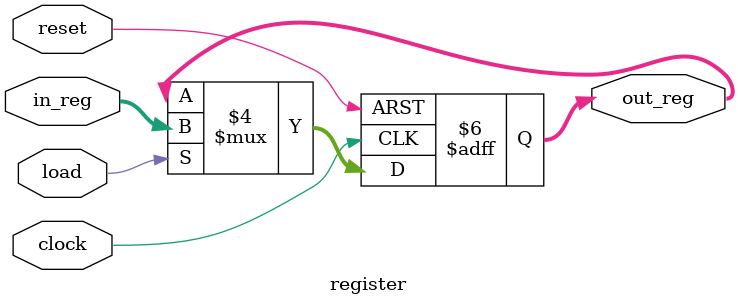
<source format=v>


module register (input  wire       clock,
                 input  wire       reset,
                 input  wire       load,
                 input  wire [7:0] in_reg,
                 output reg  [7:0] out_reg);

always @ (posedge clock or negedge reset) begin
  if(!reset)
    out_reg <= 0;
  else if(load)
    out_reg <= in_reg;
  else
    out_reg <= out_reg; 
end

endmodule 

</source>
